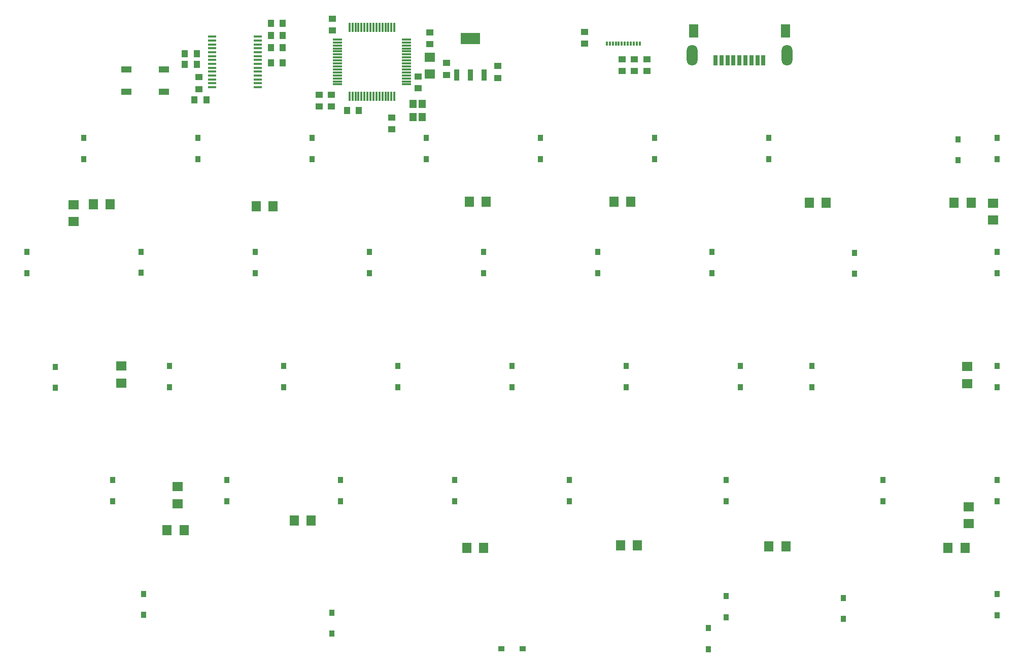
<source format=gbr>
G04 #@! TF.FileFunction,Paste,Bot*
%FSLAX46Y46*%
G04 Gerber Fmt 4.6, Leading zero omitted, Abs format (unit mm)*
G04 Created by KiCad (PCBNEW 4.0.1-stable) date 2/1/2016 10:06:34 PM*
%MOMM*%
G01*
G04 APERTURE LIST*
%ADD10C,0.150000*%
%ADD11R,1.000000X1.250000*%
%ADD12R,1.250000X1.000000*%
%ADD13R,0.850900X1.000760*%
%ADD14R,1.800000X1.100000*%
%ADD15R,1.430000X0.400000*%
%ADD16R,0.950000X1.900000*%
%ADD17R,3.250000X1.900000*%
%ADD18R,0.300000X1.500000*%
%ADD19R,1.500000X0.300000*%
%ADD20R,1.200000X1.400000*%
%ADD21R,1.000760X0.850900*%
%ADD22R,1.800860X1.597660*%
%ADD23R,1.597660X1.800860*%
%ADD24O,1.800000X3.500000*%
%ADD25R,0.700000X1.800000*%
%ADD26R,1.640000X2.200000*%
%ADD27R,0.300000X0.700000*%
G04 APERTURE END LIST*
D10*
D11*
X47974000Y-36703000D03*
X45974000Y-36703000D03*
D12*
X96570800Y-33054800D03*
X96570800Y-31054800D03*
D11*
X60690000Y-23876000D03*
X58690000Y-23876000D03*
D12*
X85217000Y-27416000D03*
X85217000Y-25416000D03*
D13*
X103696000Y-43078400D03*
X103696000Y-46578520D03*
D14*
X34619000Y-35301800D03*
X34619000Y-31601800D03*
X40819000Y-35301800D03*
X40819000Y-31601800D03*
D15*
X56500000Y-26128000D03*
X56500000Y-26778000D03*
X56500000Y-27428000D03*
X56500000Y-28078000D03*
X56500000Y-28728000D03*
X56500000Y-29378000D03*
X56500000Y-30028000D03*
X56500000Y-30678000D03*
X56500000Y-31328000D03*
X56500000Y-31978000D03*
X56500000Y-32628000D03*
X56500000Y-33278000D03*
X56500000Y-33928000D03*
X56500000Y-34578000D03*
X48910000Y-34578000D03*
X48910000Y-33928000D03*
X48910000Y-33278000D03*
X48910000Y-32628000D03*
X48910000Y-31978000D03*
X48910000Y-31328000D03*
X48910000Y-30678000D03*
X48910000Y-30028000D03*
X48910000Y-29378000D03*
X48910000Y-28728000D03*
X48910000Y-28078000D03*
X48910000Y-27428000D03*
X48910000Y-26778000D03*
X48910000Y-26128000D03*
D16*
X91998800Y-32564800D03*
X89698800Y-32564800D03*
X94298800Y-32564800D03*
D17*
X91998800Y-26464800D03*
D18*
X71815000Y-24603000D03*
X72315000Y-24603000D03*
X72815000Y-24603000D03*
X73315000Y-24603000D03*
X73815000Y-24603000D03*
X74315000Y-24603000D03*
X74815000Y-24603000D03*
X75315000Y-24603000D03*
X75815000Y-24603000D03*
X76315000Y-24603000D03*
X76815000Y-24603000D03*
X77315000Y-24603000D03*
X77815000Y-24603000D03*
X78315000Y-24603000D03*
X78815000Y-24603000D03*
X79315000Y-24603000D03*
D19*
X81315000Y-26603000D03*
X81315000Y-27103000D03*
X81315000Y-27603000D03*
X81315000Y-28103000D03*
X81315000Y-28603000D03*
X81315000Y-29103000D03*
X81315000Y-29603000D03*
X81315000Y-30103000D03*
X81315000Y-30603000D03*
X81315000Y-31103000D03*
X81315000Y-31603000D03*
X81315000Y-32103000D03*
X81315000Y-32603000D03*
X81315000Y-33103000D03*
X81315000Y-33603000D03*
X81315000Y-34103000D03*
D18*
X79315000Y-36103000D03*
X78815000Y-36103000D03*
X78315000Y-36103000D03*
X77815000Y-36103000D03*
X77315000Y-36103000D03*
X76815000Y-36103000D03*
X76315000Y-36103000D03*
X75815000Y-36103000D03*
X75315000Y-36103000D03*
X74815000Y-36103000D03*
X74315000Y-36103000D03*
X73815000Y-36103000D03*
X73315000Y-36103000D03*
X72815000Y-36103000D03*
X72315000Y-36103000D03*
X71815000Y-36103000D03*
D19*
X69815000Y-34103000D03*
X69815000Y-33603000D03*
X69815000Y-33103000D03*
X69815000Y-32603000D03*
X69815000Y-32103000D03*
X69815000Y-31603000D03*
X69815000Y-31103000D03*
X69815000Y-30603000D03*
X69815000Y-30103000D03*
X69815000Y-29603000D03*
X69815000Y-29103000D03*
X69815000Y-28603000D03*
X69815000Y-28103000D03*
X69815000Y-27603000D03*
X69815000Y-27103000D03*
X69815000Y-26603000D03*
D20*
X82385000Y-39581000D03*
X83985000Y-39581000D03*
X83985000Y-37381000D03*
X82385000Y-37381000D03*
D13*
X22733000Y-81305400D03*
X22733000Y-84805520D03*
X41784000Y-81178400D03*
X41784000Y-84678520D03*
X60834500Y-81178400D03*
X60834500Y-84678520D03*
X79884000Y-81178400D03*
X79884000Y-84678520D03*
X98950000Y-81178400D03*
X98950000Y-84678520D03*
X118000000Y-81178400D03*
X118000000Y-84678520D03*
X18000000Y-62128400D03*
X18000000Y-65628520D03*
X37021000Y-62058400D03*
X37021000Y-65558520D03*
X56071000Y-62128400D03*
X56071000Y-65628520D03*
X94171000Y-62128400D03*
X94171000Y-65628520D03*
X113221000Y-62128400D03*
X113221000Y-65628520D03*
X27495500Y-43078400D03*
X27495500Y-46578520D03*
X46545500Y-43078400D03*
X46545500Y-46578520D03*
X122746000Y-43078400D03*
X122746000Y-46578520D03*
X84645500Y-43078400D03*
X84645500Y-46578520D03*
X65595500Y-43078400D03*
X65595500Y-46578520D03*
X75121000Y-62128400D03*
X75121000Y-65628520D03*
X37439600Y-119253000D03*
X37439600Y-122753120D03*
X68884800Y-122377200D03*
X68884800Y-125877320D03*
X131686300Y-124942600D03*
X131686300Y-128442720D03*
D21*
X97180400Y-128397000D03*
X100680520Y-128397000D03*
D13*
X134670800Y-119608600D03*
X134670800Y-123108720D03*
X32260000Y-100228400D03*
X32260000Y-103728520D03*
X51310000Y-100228400D03*
X51310000Y-103728520D03*
X70358000Y-100228400D03*
X70358000Y-103728520D03*
X89408000Y-100228400D03*
X89408000Y-103728520D03*
X108460000Y-100228400D03*
X108460000Y-103728520D03*
X134652000Y-100228400D03*
X134652000Y-103728520D03*
X160846000Y-100228400D03*
X160846000Y-103728520D03*
D22*
X85217000Y-32407860D03*
X85217000Y-29568140D03*
D12*
X83312000Y-32782000D03*
X83312000Y-34782000D03*
X88036400Y-32521400D03*
X88036400Y-30521400D03*
X68986400Y-23130000D03*
X68986400Y-25130000D03*
D11*
X60690000Y-25908000D03*
X58690000Y-25908000D03*
X58690000Y-30480000D03*
X60690000Y-30480000D03*
X60690000Y-27940000D03*
X58690000Y-27940000D03*
D12*
X119354600Y-29899100D03*
X119354600Y-31899100D03*
X121424700Y-29899100D03*
X121424700Y-31899100D03*
X78867000Y-39640000D03*
X78867000Y-41640000D03*
D11*
X71390000Y-38481000D03*
X73390000Y-38481000D03*
D12*
X66802000Y-35830000D03*
X66802000Y-37830000D03*
X68834000Y-35830000D03*
X68834000Y-37830000D03*
D11*
X44355000Y-28956000D03*
X46355000Y-28956000D03*
X44339000Y-30734000D03*
X46339000Y-30734000D03*
D12*
X46736000Y-34909000D03*
X46736000Y-32909000D03*
D13*
X132271000Y-62128400D03*
X132271000Y-65628520D03*
X179896000Y-100228400D03*
X179896000Y-103728520D03*
X179896000Y-43078400D03*
X179896000Y-46578520D03*
X173329600Y-43294300D03*
X173329600Y-46794420D03*
X179896000Y-62128400D03*
X179896000Y-65628520D03*
X156073000Y-62255400D03*
X156073000Y-65755520D03*
X179896000Y-81178400D03*
X179896000Y-84678520D03*
X148950000Y-81178400D03*
X148950000Y-84678520D03*
X141800000Y-43078400D03*
X141800000Y-46578520D03*
X179896000Y-119278400D03*
X179896000Y-122778520D03*
X154190700Y-119926100D03*
X154190700Y-123426220D03*
D23*
X44218860Y-108585000D03*
X41379140Y-108585000D03*
X65427860Y-106934000D03*
X62588140Y-106934000D03*
X94234000Y-111506000D03*
X91394280Y-111506000D03*
X119888000Y-111125000D03*
X117048280Y-111125000D03*
X144653000Y-111252000D03*
X141813280Y-111252000D03*
X174520860Y-111506000D03*
X171681140Y-111506000D03*
X31899860Y-54102000D03*
X29060140Y-54102000D03*
X59077860Y-54483000D03*
X56238140Y-54483000D03*
X94637860Y-53721000D03*
X91798140Y-53721000D03*
X118767860Y-53721000D03*
X115928140Y-53721000D03*
X151384000Y-53848000D03*
X148544280Y-53848000D03*
X175536860Y-53848000D03*
X172697140Y-53848000D03*
D22*
X25781000Y-54206140D03*
X25781000Y-57045860D03*
X33782000Y-81153000D03*
X33782000Y-83992720D03*
X43180000Y-101323140D03*
X43180000Y-104162860D03*
X179197000Y-53952140D03*
X179197000Y-56791860D03*
X174879000Y-81234280D03*
X174879000Y-84074000D03*
X175133000Y-104648000D03*
X175133000Y-107487720D03*
D24*
X144782000Y-29200000D03*
X128982000Y-29200000D03*
D25*
X136882000Y-30100000D03*
X137882000Y-30100000D03*
X138882000Y-30100000D03*
X139882000Y-30100000D03*
X140882000Y-30100000D03*
X135882000Y-30100000D03*
X134882000Y-30100000D03*
X133882000Y-30100000D03*
X132882000Y-30100000D03*
D26*
X144552000Y-25200000D03*
X129212000Y-25200000D03*
D12*
X117284500Y-31899100D03*
X117284500Y-29899100D03*
X111036100Y-25327100D03*
X111036100Y-27327100D03*
D13*
X137000000Y-81178400D03*
X137000000Y-84678520D03*
D27*
X120250000Y-27278300D03*
X119750000Y-27278300D03*
X119250000Y-27278300D03*
X118750000Y-27278300D03*
X118250000Y-27278300D03*
X117750000Y-27278300D03*
X117250000Y-27278300D03*
X116750000Y-27278300D03*
X116250000Y-27278300D03*
X115750000Y-27278300D03*
X115250000Y-27278300D03*
X114750000Y-27278300D03*
M02*

</source>
